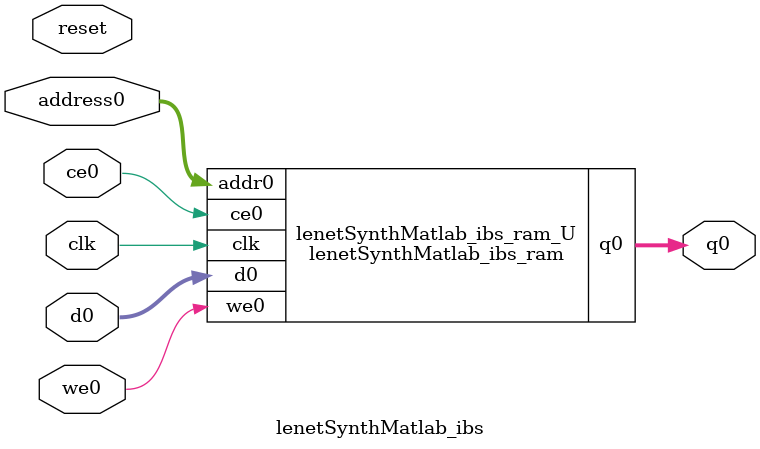
<source format=v>

`timescale 1 ns / 1 ps
module lenetSynthMatlab_ibs_ram (addr0, ce0, d0, we0, q0,  clk);

parameter DWIDTH = 64;
parameter AWIDTH = 11;
parameter MEM_SIZE = 1600;

input[AWIDTH-1:0] addr0;
input ce0;
input[DWIDTH-1:0] d0;
input we0;
output reg[DWIDTH-1:0] q0;
input clk;

(* ram_style = "block" *)reg [DWIDTH-1:0] ram[0:MEM_SIZE-1];




always @(posedge clk)  
begin 
    if (ce0) 
    begin
        if (we0) 
        begin 
            ram[addr0] <= d0; 
            q0 <= d0;
        end 
        else 
            q0 <= ram[addr0];
    end
end


endmodule


`timescale 1 ns / 1 ps
module lenetSynthMatlab_ibs(
    reset,
    clk,
    address0,
    ce0,
    we0,
    d0,
    q0);

parameter DataWidth = 32'd64;
parameter AddressRange = 32'd1600;
parameter AddressWidth = 32'd11;
input reset;
input clk;
input[AddressWidth - 1:0] address0;
input ce0;
input we0;
input[DataWidth - 1:0] d0;
output[DataWidth - 1:0] q0;



lenetSynthMatlab_ibs_ram lenetSynthMatlab_ibs_ram_U(
    .clk( clk ),
    .addr0( address0 ),
    .ce0( ce0 ),
    .we0( we0 ),
    .d0( d0 ),
    .q0( q0 ));

endmodule


</source>
